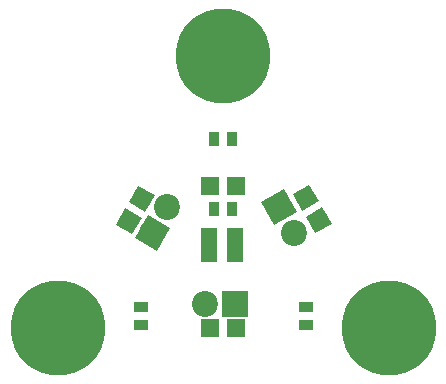
<source format=gbr>
G04 #@! TF.GenerationSoftware,KiCad,Pcbnew,(5.0.0)*
G04 #@! TF.CreationDate,2018-09-04T17:15:42+01:00*
G04 #@! TF.ProjectId,BlinkIR,426C696E6B49522E6B696361645F7063,rev?*
G04 #@! TF.SameCoordinates,Original*
G04 #@! TF.FileFunction,Soldermask,Top*
G04 #@! TF.FilePolarity,Negative*
%FSLAX46Y46*%
G04 Gerber Fmt 4.6, Leading zero omitted, Abs format (unit mm)*
G04 Created by KiCad (PCBNEW (5.0.0)) date 09/04/18 17:15:42*
%MOMM*%
%LPD*%
G01*
G04 APERTURE LIST*
%ADD10R,1.600000X1.600000*%
%ADD11R,0.900000X1.300000*%
%ADD12R,1.300000X0.900000*%
%ADD13R,1.460000X1.050000*%
%ADD14C,1.600000*%
%ADD15C,0.100000*%
%ADD16C,8.000000*%
%ADD17C,2.200000*%
%ADD18R,2.200000X2.200000*%
G04 APERTURE END LIST*
D10*
G04 #@! TO.C,D1*
X182900000Y-62000000D03*
X185100000Y-62000000D03*
G04 #@! TD*
D11*
G04 #@! TO.C,R1*
X184750000Y-64000000D03*
X183250000Y-64000000D03*
G04 #@! TD*
D12*
G04 #@! TO.C,R2*
X177000000Y-73750000D03*
X177000000Y-72250000D03*
G04 #@! TD*
G04 #@! TO.C,R3*
X191000000Y-73750000D03*
X191000000Y-72250000D03*
G04 #@! TD*
D11*
G04 #@! TO.C,R4*
X183250000Y-58000000D03*
X184750000Y-58000000D03*
G04 #@! TD*
D13*
G04 #@! TO.C,U1*
X182800000Y-67000000D03*
X182800000Y-67950000D03*
X182800000Y-66050000D03*
X185000000Y-66050000D03*
X185000000Y-67000000D03*
X185000000Y-67950000D03*
G04 #@! TD*
D14*
G04 #@! TO.C,D2*
X192100000Y-64905256D03*
D15*
G36*
X191007180Y-64612436D02*
X192392820Y-63812436D01*
X193192820Y-65198076D01*
X191807180Y-65998076D01*
X191007180Y-64612436D01*
X191007180Y-64612436D01*
G37*
D14*
X191000000Y-63000000D03*
D15*
G36*
X189907180Y-62707180D02*
X191292820Y-61907180D01*
X192092820Y-63292820D01*
X190707180Y-64092820D01*
X189907180Y-62707180D01*
X189907180Y-62707180D01*
G37*
G04 #@! TD*
D10*
G04 #@! TO.C,D3*
X185100000Y-74000000D03*
X182900000Y-74000000D03*
G04 #@! TD*
D14*
G04 #@! TO.C,D4*
X176000000Y-65000000D03*
D15*
G36*
X175707180Y-63907180D02*
X177092820Y-64707180D01*
X176292820Y-66092820D01*
X174907180Y-65292820D01*
X175707180Y-63907180D01*
X175707180Y-63907180D01*
G37*
D14*
X177100000Y-63094744D03*
D15*
G36*
X176807180Y-62001924D02*
X178192820Y-62801924D01*
X177392820Y-64187564D01*
X176007180Y-63387564D01*
X176807180Y-62001924D01*
X176807180Y-62001924D01*
G37*
G04 #@! TD*
D16*
G04 #@! TO.C,J1*
X184000000Y-51000000D03*
G04 #@! TD*
G04 #@! TO.C,J2*
X170000000Y-74000000D03*
G04 #@! TD*
G04 #@! TO.C,J3*
X198000000Y-74000000D03*
G04 #@! TD*
D17*
G04 #@! TO.C,Q1*
X182460000Y-72000000D03*
D18*
X185000000Y-72000000D03*
G04 #@! TD*
D17*
G04 #@! TO.C,Q2*
X178000000Y-66000000D03*
D15*
G36*
X178402628Y-67502628D02*
X176497372Y-66402628D01*
X177597372Y-64497372D01*
X179502628Y-65597372D01*
X178402628Y-67502628D01*
X178402628Y-67502628D01*
G37*
D17*
X179270000Y-63800295D03*
G04 #@! TD*
G04 #@! TO.C,Q3*
X190000000Y-66000000D03*
X188730000Y-63800295D03*
D15*
G36*
X187227372Y-63397667D02*
X189132628Y-62297667D01*
X190232628Y-64202923D01*
X188327372Y-65302923D01*
X187227372Y-63397667D01*
X187227372Y-63397667D01*
G37*
G04 #@! TD*
M02*

</source>
